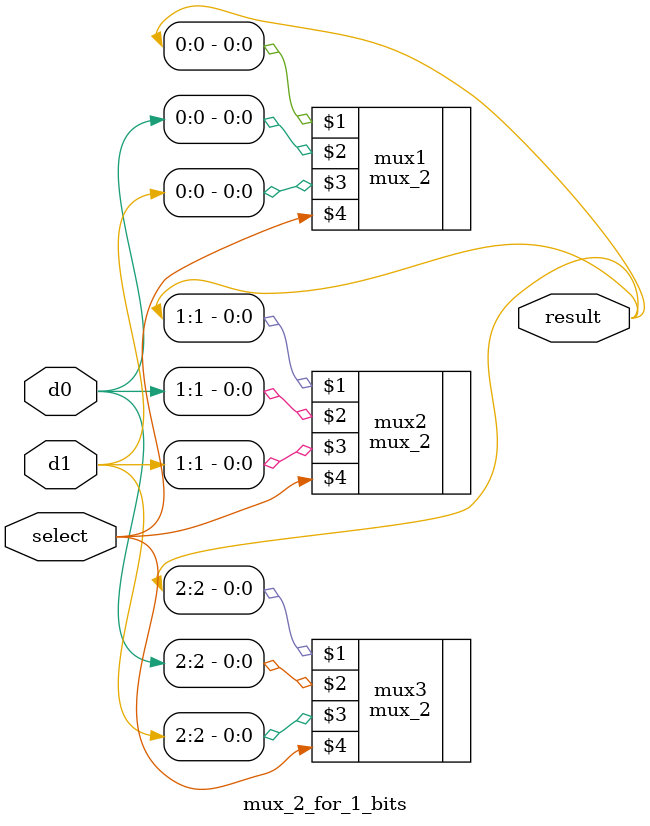
<source format=v>

module mux_2_for_1_bits(result, d0, d1, select);

	output [2:0] result;
	input [2:0] d0;
	input [2:0] d1;
	
	input select;

	wire [2:0] result;
	wire [2:0] d0;
	wire [2:0] d1;
	
	wire select;
	
	
	mux_2 mux1(result[0], d0[0], d1[0], select);
	mux_2 mux2(result[1], d0[1], d1[1], select);
	mux_2 mux3(result[2], d0[2], d1[2], select);
	
endmodule
</source>
